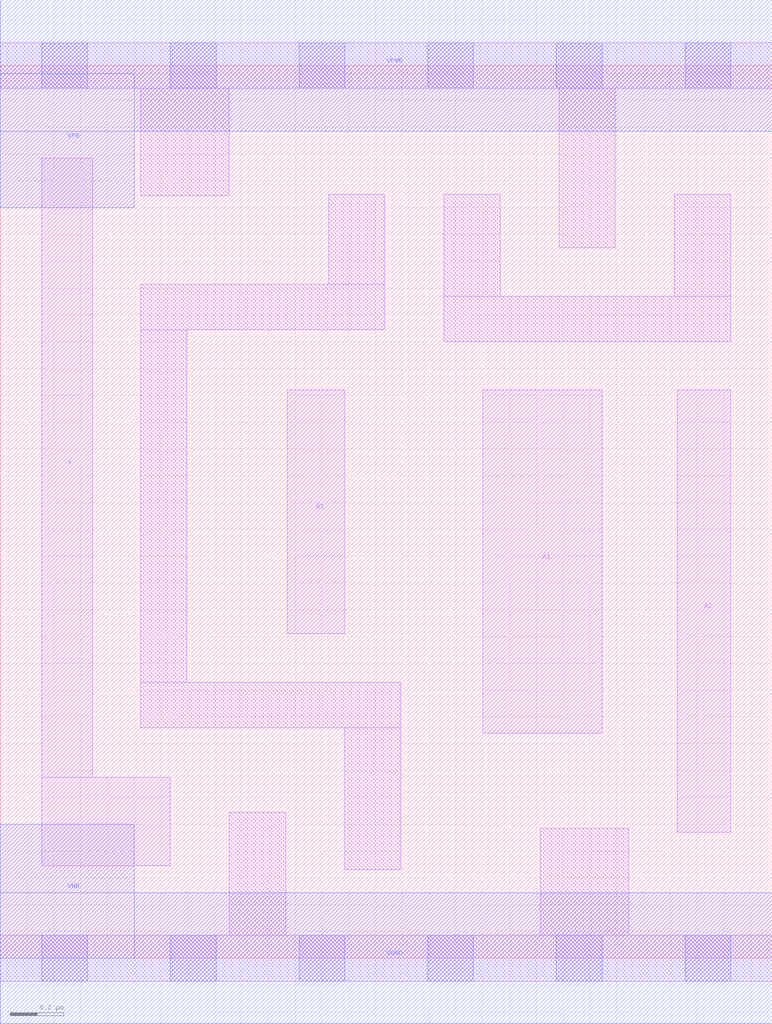
<source format=lef>
# Copyright 2020 The SkyWater PDK Authors
#
# Licensed under the Apache License, Version 2.0 (the "License");
# you may not use this file except in compliance with the License.
# You may obtain a copy of the License at
#
#     https://www.apache.org/licenses/LICENSE-2.0
#
# Unless required by applicable law or agreed to in writing, software
# distributed under the License is distributed on an "AS IS" BASIS,
# WITHOUT WARRANTIES OR CONDITIONS OF ANY KIND, either express or implied.
# See the License for the specific language governing permissions and
# limitations under the License.
#
# SPDX-License-Identifier: Apache-2.0

VERSION 5.5 ;
NAMESCASESENSITIVE ON ;
BUSBITCHARS "[]" ;
DIVIDERCHAR "/" ;
MACRO sky130_fd_sc_lp__a21o_m
  CLASS CORE ;
  SOURCE USER ;
  ORIGIN  0.000000  0.000000 ;
  SIZE  2.880000 BY  3.330000 ;
  SYMMETRY X Y R90 ;
  SITE unit ;
  PIN A1
    ANTENNAGATEAREA  0.126000 ;
    DIRECTION INPUT ;
    USE SIGNAL ;
    PORT
      LAYER li1 ;
        RECT 1.800000 0.840000 2.245000 2.120000 ;
    END
  END A1
  PIN A2
    ANTENNAGATEAREA  0.126000 ;
    DIRECTION INPUT ;
    USE SIGNAL ;
    PORT
      LAYER li1 ;
        RECT 2.525000 0.470000 2.725000 2.120000 ;
    END
  END A2
  PIN B1
    ANTENNAGATEAREA  0.126000 ;
    DIRECTION INPUT ;
    USE SIGNAL ;
    PORT
      LAYER li1 ;
        RECT 1.070000 1.210000 1.285000 2.120000 ;
    END
  END B1
  PIN X
    ANTENNADIFFAREA  0.222600 ;
    DIRECTION OUTPUT ;
    USE SIGNAL ;
    PORT
      LAYER li1 ;
        RECT 0.155000 0.345000 0.635000 0.675000 ;
        RECT 0.155000 0.675000 0.345000 2.985000 ;
    END
  END X
  PIN VGND
    DIRECTION INOUT ;
    USE GROUND ;
    PORT
      LAYER met1 ;
        RECT 0.000000 -0.245000 2.880000 0.245000 ;
    END
  END VGND
  PIN VNB
    DIRECTION INOUT ;
    USE GROUND ;
    PORT
      LAYER met1 ;
        RECT 0.000000 0.000000 0.500000 0.500000 ;
    END
  END VNB
  PIN VPB
    DIRECTION INOUT ;
    USE POWER ;
    PORT
      LAYER met1 ;
        RECT 0.000000 2.800000 0.500000 3.300000 ;
    END
  END VPB
  PIN VPWR
    DIRECTION INOUT ;
    USE POWER ;
    PORT
      LAYER met1 ;
        RECT 0.000000 3.085000 2.880000 3.575000 ;
    END
  END VPWR
  OBS
    LAYER li1 ;
      RECT 0.000000 -0.085000 2.880000 0.085000 ;
      RECT 0.000000  3.245000 2.880000 3.415000 ;
      RECT 0.525000  0.860000 1.495000 1.030000 ;
      RECT 0.525000  1.030000 0.695000 2.345000 ;
      RECT 0.525000  2.345000 1.435000 2.515000 ;
      RECT 0.525000  2.845000 0.855000 3.245000 ;
      RECT 0.855000  0.085000 1.065000 0.545000 ;
      RECT 1.225000  2.515000 1.435000 2.850000 ;
      RECT 1.285000  0.330000 1.495000 0.860000 ;
      RECT 1.655000  2.300000 2.725000 2.470000 ;
      RECT 1.655000  2.470000 1.865000 2.850000 ;
      RECT 2.015000  0.085000 2.345000 0.485000 ;
      RECT 2.085000  2.650000 2.295000 3.245000 ;
      RECT 2.515000  2.470000 2.725000 2.850000 ;
    LAYER mcon ;
      RECT 0.155000 -0.085000 0.325000 0.085000 ;
      RECT 0.155000  3.245000 0.325000 3.415000 ;
      RECT 0.635000 -0.085000 0.805000 0.085000 ;
      RECT 0.635000  3.245000 0.805000 3.415000 ;
      RECT 1.115000 -0.085000 1.285000 0.085000 ;
      RECT 1.115000  3.245000 1.285000 3.415000 ;
      RECT 1.595000 -0.085000 1.765000 0.085000 ;
      RECT 1.595000  3.245000 1.765000 3.415000 ;
      RECT 2.075000 -0.085000 2.245000 0.085000 ;
      RECT 2.075000  3.245000 2.245000 3.415000 ;
      RECT 2.555000 -0.085000 2.725000 0.085000 ;
      RECT 2.555000  3.245000 2.725000 3.415000 ;
  END
END sky130_fd_sc_lp__a21o_m

</source>
